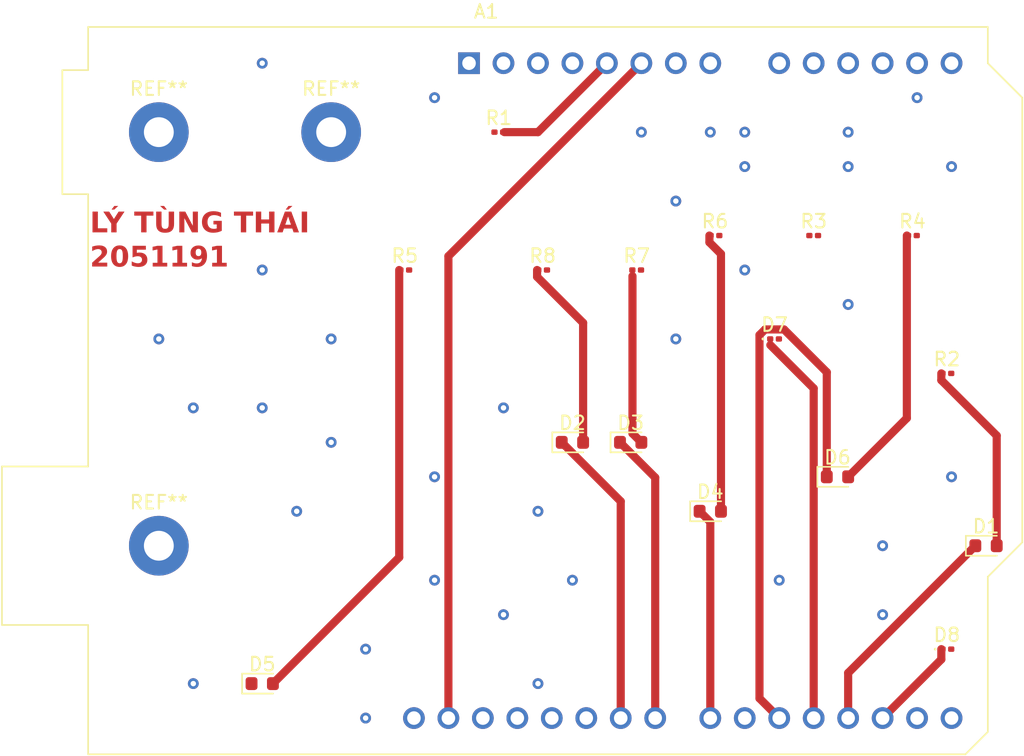
<source format=kicad_pcb>
(kicad_pcb (version 20221018) (generator pcbnew)
  (layers (0 "F.Cu" signal) (31 "B.Cu" signal) (34 "B.Paste" user) (35 "F.Paste" user) (36 "B.SilkS" user "B.Silkscreen") (37 "F.SilkS" user "F.Silkscreen") (38 "B.Mask" user) (39 "F.Mask" user) (44 "Edge.Cuts" user))
  (net 0 "")
  (net 5 "Net-(A1-+5V)")
  (net 6 "GND")
  (net 16 "Net-(A1-D2)")
  (net 17 "Net-(A1-D3)")
  (net 18 "Net-(A1-D4)")
  (net 19 "Net-(A1-D5)")
  (net 20 "Net-(A1-D6)")
  (net 21 "Net-(A1-D7)")
  (net 22 "Net-(A1-D8)")
  (net 23 "Net-(A1-D9)")
  (net 29 "Net-(D1-A)")
  (net 30 "Net-(D2-A)")
  (net 31 "Net-(D3-A)")
  (net 32 "Net-(D4-A)")
  (net 33 "Net-(D5-A)")
  (net 34 "Net-(D6-A)")
  (net 35 "Net-(D7-A)")
  (footprint "Resistor_SMD:R_0201_0603Metric" (layer "F.Cu") (at 159.675 38.1)
    (fp_text reference "R1" (at 0 -1.05) (layer "F.SilkS"))
    (fp_text value "R1" hide)
    (pad "1" smd roundrect (at -0.32 0) (size 0.46 0.4) (layers "F.Cu" "F.Mask"))
    (pad "2" smd roundrect (at 0.32 0) (size 0.46 0.4) (layers "F.Cu" "F.Mask") (net 5 "Net-(A1-+5V)"))
  )
  (footprint "LED_SMD:LED_0201_0603Metric" (layer "F.Cu") (at 192.695 76.2)
    (fp_text reference "D8" (at 0 -1.05) (layer "F.SilkS"))
    (fp_text value "LED")
    (fp_circle (center -0.86 0) (end -0.81 0) (stroke (width 0.1)) (fill none) (layer "F.SilkS"))
    (pad "1" smd roundrect (at -0.32 0) (size 0.46 0.4) (layers "F.Cu" "F.Mask") (net 16 "Net-(A1-D2)"))
    (pad "2" smd roundrect (at 0.32 0) (size 0.46 0.4) (layers "F.Cu" "F.Mask"))
  )
  (footprint "LED_SMD:LED_0603_1608Metric" (layer "F.Cu") (at 169.3925 60.96)
    (fp_text reference "D3" (at 0 -1.43) (layer "F.SilkS"))
    (fp_text value "LED")
    (fp_line (start -1.485 -0.735) (end -1.485 0.735) (stroke (width 0.12)) (layer "F.SilkS"))
    (fp_line (start -1.485 0.735) (end 0.8 0.735) (stroke (width 0.12)) (layer "F.SilkS"))
    (fp_line (start 0.8 -0.735) (end -1.485 -0.735) (stroke (width 0.12)) (layer "F.SilkS"))
    (pad "1" smd roundrect (at -0.7875 0) (size 0.875 0.95) (layers "F.Cu" "F.Paste" "F.Mask") (net 22 "Net-(A1-D8)"))
    (pad "2" smd roundrect (at 0.7875 0) (size 0.875 0.95) (layers "F.Cu" "F.Paste" "F.Mask") (net 31 "Net-(D3-A)"))
  )
  (footprint "MountingHole:MountingHole_2.2mm_M2_Pad" (layer "F.Cu") (at 134.62 68.58)
    (fp_text reference "REF**" (at 0 -3.2) (layer "F.SilkS"))
    (fp_text value "MountingHole_2.2mm_M2_Pad")
    (pad "1" thru_hole circle (at 0 0) (size 4.4 4.4) (drill 2.2) (layers "*.Cu" "*.Mask"))
  )
  (footprint "LED_SMD:LED_0603_1608Metric" (layer "F.Cu") (at 165.1 60.96)
    (fp_text reference "D2" (at 0 -1.43) (layer "F.SilkS"))
    (fp_text value "LED")
    (fp_line (start -1.485 -0.735) (end -1.485 0.735) (stroke (width 0.12)) (layer "F.SilkS"))
    (fp_line (start -1.485 0.735) (end 0.8 0.735) (stroke (width 0.12)) (layer "F.SilkS"))
    (fp_line (start 0.8 -0.735) (end -1.485 -0.735) (stroke (width 0.12)) (layer "F.SilkS"))
    (pad "1" smd roundrect (at -0.7875 0) (size 0.875 0.95) (layers "F.Cu" "F.Paste" "F.Mask") (net 23 "Net-(A1-D9)"))
    (pad "2" smd roundrect (at 0.7875 0) (size 0.875 0.95) (layers "F.Cu" "F.Paste" "F.Mask") (net 30 "Net-(D2-A)"))
  )
  (footprint "Resistor_SMD:R_0201_0603Metric" (layer "F.Cu") (at 175.605 45.72)
    (fp_text reference "R6" (at 0 -1.05) (layer "F.SilkS"))
    (fp_text value "R6")
    (pad "1" smd roundrect (at -0.32 0) (size 0.46 0.4) (layers "F.Cu" "F.Mask") (net 32 "Net-(D4-A)"))
    (pad "2" smd roundrect (at 0.32 0) (size 0.46 0.4) (layers "F.Cu" "F.Mask") (net 5 "Net-(A1-+5V)"))
  )
  (footprint "LED_SMD:LED_0603_1608Metric" (layer "F.Cu") (at 184.6325 63.5)
    (fp_text reference "D6" (at 0 -1.43) (layer "F.SilkS"))
    (fp_text value "LED")
    (fp_line (start -1.485 -0.735) (end -1.485 0.735) (stroke (width 0.12)) (layer "F.SilkS"))
    (fp_line (start -1.485 0.735) (end 0.8 0.735) (stroke (width 0.12)) (layer "F.SilkS"))
    (fp_line (start 0.8 -0.735) (end -1.485 -0.735) (stroke (width 0.12)) (layer "F.SilkS"))
    (pad "1" smd roundrect (at -0.7875 0) (size 0.875 0.95) (layers "F.Cu" "F.Paste" "F.Mask") (net 19 "Net-(A1-D5)"))
    (pad "2" smd roundrect (at 0.7875 0) (size 0.875 0.95) (layers "F.Cu" "F.Paste" "F.Mask") (net 34 "Net-(D6-A)"))
  )
  (footprint "Resistor_SMD:R_0201_0603Metric" (layer "F.Cu") (at 192.695 55.88)
    (fp_text reference "R2" (at 0 -1.05) (layer "F.SilkS"))
    (fp_text value "R2" hide)
    (pad "1" smd roundrect (at -0.32 0) (size 0.46 0.4) (layers "F.Cu" "F.Mask") (net 29 "Net-(D1-A)"))
    (pad "2" smd roundrect (at 0.32 0) (size 0.46 0.4) (layers "F.Cu" "F.Mask") (net 5 "Net-(A1-+5V)"))
  )
  (footprint "Resistor_SMD:R_0201_0603Metric" (layer "F.Cu") (at 182.88 45.72)
    (fp_text reference "R3" (at 0 -1.05) (layer "F.SilkS"))
    (fp_text value "R3" hide)
    (pad "1" smd roundrect (at -0.32 0) (size 0.46 0.4) (layers "F.Cu" "F.Mask") (net 35 "Net-(D7-A)"))
    (pad "2" smd roundrect (at 0.32 0) (size 0.46 0.4) (layers "F.Cu" "F.Mask") (net 5 "Net-(A1-+5V)"))
  )
  (footprint "Module:Arduino_UNO_R2" (layer "F.Cu") (at 157.48 33.02)
    (fp_text reference "A1" (at 1.27 -3.81 180) (layer "F.SilkS"))
    (fp_text value "Arduino_UNO_R2")
    (fp_line (start -34.42 29.72) (end -34.42 41.4) (stroke (width 0.12)) (layer "F.SilkS"))
    (fp_line (start -34.42 41.4) (end -28.07 41.4) (stroke (width 0.12)) (layer "F.SilkS"))
    (fp_line (start -29.97 0.51) (end -29.97 9.65) (stroke (width 0.12)) (layer "F.SilkS"))
    (fp_line (start -29.97 9.65) (end -28.07 9.65) (stroke (width 0.12)) (layer "F.SilkS"))
    (fp_line (start -28.07 -2.67) (end -28.07 0.51) (stroke (width 0.12)) (layer "F.SilkS"))
    (fp_line (start -28.07 0.51) (end -29.97 0.51) (stroke (width 0.12)) (layer "F.SilkS"))
    (fp_line (start -28.07 9.65) (end -28.07 29.72) (stroke (width 0.12)) (layer "F.SilkS"))
    (fp_line (start -28.07 29.72) (end -34.42 29.72) (stroke (width 0.12)) (layer "F.SilkS"))
    (fp_line (start -28.07 41.4) (end -28.07 50.93) (stroke (width 0.12)) (layer "F.SilkS"))
    (fp_line (start -28.07 50.93) (end 36.58 50.93) (stroke (width 0.12)) (layer "F.SilkS"))
    (fp_line (start 36.58 50.93) (end 38.23 49.28) (stroke (width 0.12)) (layer "F.SilkS"))
    (fp_line (start 38.23 -2.67) (end -28.07 -2.67) (stroke (width 0.12)) (layer "F.SilkS"))
    (fp_line (start 38.23 0) (end 38.23 -2.67) (stroke (width 0.12)) (layer "F.SilkS"))
    (fp_line (start 38.23 37.85) (end 40.77 35.31) (stroke (width 0.12)) (layer "F.SilkS"))
    (fp_line (start 38.23 49.28) (end 38.23 37.85) (stroke (width 0.12)) (layer "F.SilkS"))
    (fp_line (start 40.77 2.54) (end 38.23 0) (stroke (width 0.12)) (layer "F.SilkS"))
    (fp_line (start 40.77 35.31) (end 40.77 2.54) (stroke (width 0.12)) (layer "F.SilkS"))
    (pad "1" thru_hole rect (at 0 0 90) (size 1.6 1.6) (drill 1) (layers "*.Cu" "*.Mask"))
    (pad "2" thru_hole oval (at 2.54 0 90) (size 1.6 1.6) (drill 1) (layers "*.Cu" "*.Mask"))
    (pad "3" thru_hole oval (at 5.08 0 90) (size 1.6 1.6) (drill 1) (layers "*.Cu" "*.Mask"))
    (pad "4" thru_hole oval (at 7.62 0 90) (size 1.6 1.6) (drill 1) (layers "*.Cu" "*.Mask"))
    (pad "5" thru_hole oval (at 10.16 0 90) (size 1.6 1.6) (drill 1) (layers "*.Cu" "*.Mask") (net 5 "Net-(A1-+5V)"))
    (pad "6" thru_hole oval (at 12.7 0 90) (size 1.6 1.6) (drill 1) (layers "*.Cu" "*.Mask") (net 6 "GND"))
    (pad "7" thru_hole oval (at 15.24 0 90) (size 1.6 1.6) (drill 1) (layers "*.Cu" "*.Mask") (net 6 "GND"))
    (pad "8" thru_hole oval (at 17.78 0 90) (size 1.6 1.6) (drill 1) (layers "*.Cu" "*.Mask"))
    (pad "9" thru_hole oval (at 22.86 0 90) (size 1.6 1.6) (drill 1) (layers "*.Cu" "*.Mask"))
    (pad "10" thru_hole oval (at 25.4 0 90) (size 1.6 1.6) (drill 1) (layers "*.Cu" "*.Mask"))
    (pad "11" thru_hole oval (at 27.94 0 90) (size 1.6 1.6) (drill 1) (layers "*.Cu" "*.Mask"))
    (pad "12" thru_hole oval (at 30.48 0 90) (size 1.6 1.6) (drill 1) (layers "*.Cu" "*.Mask"))
    (pad "13" thru_hole oval (at 33.02 0 90) (size 1.6 1.6) (drill 1) (layers "*.Cu" "*.Mask"))
    (pad "14" thru_hole oval (at 35.56 0 90) (size 1.6 1.6) (drill 1) (layers "*.Cu" "*.Mask"))
    (pad "15" thru_hole oval (at 35.56 48.26 90) (size 1.6 1.6) (drill 1) (layers "*.Cu" "*.Mask"))
    (pad "16" thru_hole oval (at 33.02 48.26 90) (size 1.6 1.6) (drill 1) (layers "*.Cu" "*.Mask"))
    (pad "17" thru_hole oval (at 30.48 48.26 90) (size 1.6 1.6) (drill 1) (layers "*.Cu" "*.Mask") (net 16 "Net-(A1-D2)"))
    (pad "18" thru_hole oval (at 27.94 48.26 90) (size 1.6 1.6) (drill 1) (layers "*.Cu" "*.Mask") (net 17 "Net-(A1-D3)"))
    (pad "19" thru_hole oval (at 25.4 48.26 90) (size 1.6 1.6) (drill 1) (layers "*.Cu" "*.Mask") (net 18 "Net-(A1-D4)"))
    (pad "20" thru_hole oval (at 22.86 48.26 90) (size 1.6 1.6) (drill 1) (layers "*.Cu" "*.Mask") (net 19 "Net-(A1-D5)"))
    (pad "21" thru_hole oval (at 20.32 48.26 90) (size 1.6 1.6) (drill 1) (layers "*.Cu" "*.Mask") (net 20 "Net-(A1-D6)"))
    (pad "22" thru_hole oval (at 17.78 48.26 90) (size 1.6 1.6) (drill 1) (layers "*.Cu" "*.Mask") (net 21 "Net-(A1-D7)"))
    (pad "23" thru_hole oval (at 13.72 48.26 90) (size 1.6 1.6) (drill 1) (layers "*.Cu" "*.Mask") (net 22 "Net-(A1-D8)"))
    (pad "24" thru_hole oval (at 11.18 48.26 90) (size 1.6 1.6) (drill 1) (layers "*.Cu" "*.Mask") (net 23 "Net-(A1-D9)"))
    (pad "25" thru_hole oval (at 8.64 48.26 90) (size 1.6 1.6) (drill 1) (layers "*.Cu" "*.Mask"))
    (pad "26" thru_hole oval (at 6.1 48.26 90) (size 1.6 1.6) (drill 1) (layers "*.Cu" "*.Mask"))
    (pad "27" thru_hole oval (at 3.56 48.26 90) (size 1.6 1.6) (drill 1) (layers "*.Cu" "*.Mask"))
    (pad "28" thru_hole oval (at 1.02 48.26 90) (size 1.6 1.6) (drill 1) (layers "*.Cu" "*.Mask"))
    (pad "29" thru_hole oval (at -1.52 48.26 90) (size 1.6 1.6) (drill 1) (layers "*.Cu" "*.Mask") (net 6 "GND"))
    (pad "30" thru_hole oval (at -4.06 48.26 90) (size 1.6 1.6) (drill 1) (layers "*.Cu" "*.Mask"))
  )
  (footprint "Resistor_SMD:R_0201_0603Metric" (layer "F.Cu") (at 162.905 48.26)
    (fp_text reference "R8" (at 0 -1.05) (layer "F.SilkS"))
    (fp_text value "R8")
    (pad "1" smd roundrect (at -0.32 0) (size 0.46 0.4) (layers "F.Cu" "F.Mask") (net 30 "Net-(D2-A)"))
    (pad "2" smd roundrect (at 0.32 0) (size 0.46 0.4) (layers "F.Cu" "F.Mask") (net 5 "Net-(A1-+5V)"))
  )
  (footprint "LED_SMD:LED_0603_1608Metric" (layer "F.Cu") (at 175.26 66.04)
    (fp_text reference "D4" (at 0 -1.43) (layer "F.SilkS"))
    (fp_text value "LED")
    (fp_line (start -1.485 -0.735) (end -1.485 0.735) (stroke (width 0.12)) (layer "F.SilkS"))
    (fp_line (start -1.485 0.735) (end 0.8 0.735) (stroke (width 0.12)) (layer "F.SilkS"))
    (fp_line (start 0.8 -0.735) (end -1.485 -0.735) (stroke (width 0.12)) (layer "F.SilkS"))
    (pad "1" smd roundrect (at -0.7875 0) (size 0.875 0.95) (layers "F.Cu" "F.Paste" "F.Mask") (net 21 "Net-(A1-D7)"))
    (pad "2" smd roundrect (at 0.7875 0) (size 0.875 0.95) (layers "F.Cu" "F.Paste" "F.Mask") (net 32 "Net-(D4-A)"))
  )
  (footprint "Resistor_SMD:R_0201_0603Metric" (layer "F.Cu") (at 190.155 45.72)
    (fp_text reference "R4" (at 0 -1.05) (layer "F.SilkS"))
    (fp_text value "R4")
    (pad "1" smd roundrect (at -0.32 0) (size 0.46 0.4) (layers "F.Cu" "F.Mask") (net 34 "Net-(D6-A)"))
    (pad "2" smd roundrect (at 0.32 0) (size 0.46 0.4) (layers "F.Cu" "F.Mask") (net 5 "Net-(A1-+5V)"))
  )
  (footprint "LED_SMD:LED_0201_0603Metric" (layer "F.Cu") (at 179.995 53.34)
    (fp_text reference "D7" (at 0 -1.05) (layer "F.SilkS"))
    (fp_text value "LED")
    (fp_circle (center -0.86 0) (end -0.81 0) (stroke (width 0.1)) (fill none) (layer "F.SilkS"))
    (pad "1" smd roundrect (at -0.32 0) (size 0.46 0.4) (layers "F.Cu" "F.Mask") (net 18 "Net-(A1-D4)"))
    (pad "2" smd roundrect (at 0.32 0) (size 0.46 0.4) (layers "F.Cu" "F.Mask") (net 35 "Net-(D7-A)"))
  )
  (footprint "Resistor_SMD:R_0201_0603Metric" (layer "F.Cu") (at 152.745 48.26)
    (fp_text reference "R5" (at 0 -1.05) (layer "F.SilkS"))
    (fp_text value "R5")
    (pad "1" smd roundrect (at -0.32 0) (size 0.46 0.4) (layers "F.Cu" "F.Mask") (net 33 "Net-(D5-A)"))
    (pad "2" smd roundrect (at 0.32 0) (size 0.46 0.4) (layers "F.Cu" "F.Mask") (net 5 "Net-(A1-+5V)"))
  )
  (footprint "MountingHole:MountingHole_2.2mm_M2_Pad" (layer "F.Cu") (at 134.62 38.1)
    (fp_text reference "REF**" (at 0 -3.2) (layer "F.SilkS"))
    (fp_text value "MountingHole_2.2mm_M2_Pad")
    (pad "1" thru_hole circle (at 0 0) (size 4.4 4.4) (drill 2.2) (layers "*.Cu" "*.Mask"))
  )
  (footprint "LED_SMD:LED_0603_1608Metric" (layer "F.Cu") (at 195.58 68.58)
    (fp_text reference "D1" (at 0 -1.43) (layer "F.SilkS"))
    (fp_text value "LED")
    (fp_line (start -1.485 -0.735) (end -1.485 0.735) (stroke (width 0.12)) (layer "F.SilkS"))
    (fp_line (start -1.485 0.735) (end 0.8 0.735) (stroke (width 0.12)) (layer "F.SilkS"))
    (fp_line (start 0.8 -0.735) (end -1.485 -0.735) (stroke (width 0.12)) (layer "F.SilkS"))
    (pad "1" smd roundrect (at -0.7875 0) (size 0.875 0.95) (layers "F.Cu" "F.Paste" "F.Mask") (net 17 "Net-(A1-D3)"))
    (pad "2" smd roundrect (at 0.7875 0) (size 0.875 0.95) (layers "F.Cu" "F.Paste" "F.Mask") (net 29 "Net-(D1-A)"))
  )
  (footprint "MountingHole:MountingHole_2.2mm_M2_Pad" (layer "F.Cu") (at 147.32 38.1)
    (fp_text reference "REF**" (at 0 -3.2) (layer "F.SilkS"))
    (fp_text value "MountingHole_2.2mm_M2_Pad")
    (pad "1" thru_hole circle (at 0 0) (size 4.4 4.4) (drill 2.2) (layers "*.Cu" "*.Mask"))
  )
  (footprint "LED_SMD:LED_0603_1608Metric" (layer "F.Cu") (at 142.24 78.74)
    (fp_text reference "D5" (at 0 -1.43) (layer "F.SilkS"))
    (fp_text value "LED")
    (fp_line (start -1.485 -0.735) (end -1.485 0.735) (stroke (width 0.12)) (layer "F.SilkS"))
    (fp_line (start -1.485 0.735) (end 0.8 0.735) (stroke (width 0.12)) (layer "F.SilkS"))
    (fp_line (start 0.8 -0.735) (end -1.485 -0.735) (stroke (width 0.12)) (layer "F.SilkS"))
    (pad "1" smd roundrect (at -0.7875 0) (size 0.875 0.95) (layers "F.Cu" "F.Paste" "F.Mask") (net 20 "Net-(A1-D6)"))
    (pad "2" smd roundrect (at 0.7875 0) (size 0.875 0.95) (layers "F.Cu" "F.Paste" "F.Mask") (net 33 "Net-(D5-A)"))
  )
  (footprint "Resistor_SMD:R_0201_0603Metric" (layer "F.Cu") (at 169.835 48.26)
    (fp_text reference "R7" (at 0 -1.05) (layer "F.SilkS"))
    (fp_text value "R7")
    (pad "1" smd roundrect (at -0.32 0) (size 0.46 0.4) (layers "F.Cu" "F.Mask") (net 31 "Net-(D3-A)"))
    (pad "2" smd roundrect (at 0.32 0) (size 0.46 0.4) (layers "F.Cu" "F.Mask") (net 5 "Net-(A1-+5V)"))
  )
  (gr_text "LÝ TÙNG THÁI\n2051191" (at 129.54 48.26) (layer "F.Cu") (effects (font (size 1.5 1.5) (thickness 0.3) bold) (justify left bottom)))
  (via (at 154.94 63.5) (size 0.8) (drill 0.4) (layers "F.Cu" "B.Cu") (net 0))
  (via (at 162.56 78.74) (size 0.8) (drill 0.4) (layers "F.Cu" "B.Cu") (net 0))
  (via (at 154.94 35.56) (size 0.8) (drill 0.4) (layers "F.Cu" "B.Cu") (net 0))
  (via (at 172.72 43.18) (size 0.8) (drill 0.4) (layers "F.Cu" "B.Cu") (net 0))
  (via (at 193.04 63.5) (size 0.8) (drill 0.4) (layers "F.Cu" "B.Cu") (net 0))
  (via (at 137.16 78.74) (size 0.8) (drill 0.4) (layers "F.Cu" "B.Cu") (net 0))
  (via (at 177.8 40.64) (size 0.8) (drill 0.4) (layers "F.Cu" "B.Cu") (net 0))
  (via (at 142.24 58.42) (size 0.8) (drill 0.4) (layers "F.Cu" "B.Cu") (net 0))
  (via (at 185.42 38.1) (size 0.8) (drill 0.4) (layers "F.Cu" "B.Cu") (net 0))
  (via (at 137.16 58.42) (size 0.8) (drill 0.4) (layers "F.Cu" "B.Cu") (net 0))
  (via (at 142.24 48.26) (size 0.8) (drill 0.4) (layers "F.Cu" "B.Cu") (net 0))
  (via (at 162.56 66.04) (size 0.8) (drill 0.4) (layers "F.Cu" "B.Cu") (net 0))
  (via (at 170.18 38.1) (size 0.8) (drill 0.4) (layers "F.Cu" "B.Cu") (net 0))
  (via (at 175.26 38.1) (size 0.8) (drill 0.4) (layers "F.Cu" "B.Cu") (net 0))
  (via (at 187.96 68.58) (size 0.8) (drill 0.4) (layers "F.Cu" "B.Cu") (net 0))
  (via (at 134.62 53.34) (size 0.8) (drill 0.4) (layers "F.Cu" "B.Cu") (net 0))
  (via (at 193.04 40.64) (size 0.8) (drill 0.4) (layers "F.Cu" "B.Cu") (net 0))
  (via (at 177.8 48.26) (size 0.8) (drill 0.4) (layers "F.Cu" "B.Cu") (net 0))
  (via (at 165.1 71.12) (size 0.8) (drill 0.4) (layers "F.Cu" "B.Cu") (net 0))
  (via (at 144.78 66.04) (size 0.8) (drill 0.4) (layers "F.Cu" "B.Cu") (net 0))
  (via (at 187.96 73.66) (size 0.8) (drill 0.4) (layers "F.Cu" "B.Cu") (net 0))
  (via (at 185.42 50.8) (size 0.8) (drill 0.4) (layers "F.Cu" "B.Cu") (net 0))
  (via (at 142.24 33.02) (size 0.8) (drill 0.4) (layers "F.Cu" "B.Cu") (net 0))
  (via (at 177.8 38.1) (size 0.8) (drill 0.4) (layers "F.Cu" "B.Cu") (net 0))
  (via (at 160.02 58.42) (size 0.8) (drill 0.4) (layers "F.Cu" "B.Cu") (net 0))
  (via (at 147.32 60.96) (size 0.8) (drill 0.4) (layers "F.Cu" "B.Cu") (net 0))
  (via (at 185.42 40.64) (size 0.8) (drill 0.4) (layers "F.Cu" "B.Cu") (net 0))
  (via (at 147.32 53.34) (size 0.8) (drill 0.4) (layers "F.Cu" "B.Cu") (net 0))
  (via (at 172.72 53.34) (size 0.8) (drill 0.4) (layers "F.Cu" "B.Cu") (net 0))
  (via (at 149.86 76.2) (size 0.8) (drill 0.4) (layers "F.Cu" "B.Cu") (net 0))
  (via (at 149.86 81.28) (size 0.8) (drill 0.4) (layers "F.Cu" "B.Cu") (net 0))
  (via (at 190.5 35.56) (size 0.8) (drill 0.4) (layers "F.Cu" "B.Cu") (net 0))
  (via (at 160.02 73.66) (size 0.8) (drill 0.4) (layers "F.Cu" "B.Cu") (net 0))
  (via (at 154.94 71.12) (size 0.8) (drill 0.4) (layers "F.Cu" "B.Cu") (net 0))
  (via (at 180.34 71.12) (size 0.8) (drill 0.4) (layers "F.Cu" "B.Cu") (net 0))
  (segment (start 162.56 38.1) (end 160.085 38.1) (width 0.6) (layer "F.Cu") (net 5))
  (segment (start 167.64 33.02) (end 162.56 38.1) (width 0.6) (layer "F.Cu") (net 5))
  (segment (start 155.96 47.24) (end 170.18 33.02) (width 0.6) (layer "F.Cu") (net 6))
  (segment (start 155.96 81.28) (end 155.96 47.24) (width 0.6) (layer "F.Cu") (net 6))
  (segment (start 187.96 81.28) (end 192.285 76.955) (width 0.6) (layer "F.Cu") (net 16))
  (segment (start 192.285 76.955) (end 192.285 76.2) (width 0.6) (layer "F.Cu") (net 16))
  (segment (start 185.42 77.9525) (end 194.7925 68.58) (width 0.6) (layer "F.Cu") (net 17))
  (segment (start 185.42 81.28) (end 185.42 77.9525) (width 0.6) (layer "F.Cu") (net 17))
  (segment (start 182.88 81.28) (end 182.88 56.983528) (width 0.6) (layer "F.Cu") (net 18))
  (segment (start 182.88 56.983528) (end 179.685 53.788528) (width 0.6) (layer "F.Cu") (net 18))
  (segment (start 178.885 79.825) (end 178.885 53.051472) (width 0.6) (layer "F.Cu") (net 19))
  (segment (start 179.296472 52.64) (end 180.693528 52.64) (width 0.6) (layer "F.Cu") (net 19))
  (segment (start 183.845 55.791472) (end 183.845 63.5) (width 0.6) (layer "F.Cu") (net 19))
  (segment (start 180.693528 52.64) (end 183.845 55.791472) (width 0.6) (layer "F.Cu") (net 19))
  (segment (start 180.34 81.28) (end 178.885 79.825) (width 0.6) (layer "F.Cu") (net 19))
  (segment (start 178.885 53.051472) (end 179.296472 52.64) (width 0.6) (layer "F.Cu") (net 19))
  (segment (start 175.26 66.8275) (end 174.4725 66.04) (width 0.6) (layer "F.Cu") (net 21))
  (segment (start 175.26 81.28) (end 175.26 66.8275) (width 0.6) (layer "F.Cu") (net 21))
  (segment (start 171.2 63.555) (end 171.2 81.28) (width 0.6) (layer "F.Cu") (net 22))
  (segment (start 168.605 60.96) (end 171.2 63.555) (width 0.6) (layer "F.Cu") (net 22))
  (segment (start 164.3125 60.96) (end 168.66 65.3075) (width 0.6) (layer "F.Cu") (net 23))
  (segment (start 168.66 65.3075) (end 168.66 81.28) (width 0.6) (layer "F.Cu") (net 23))
  (segment (start 196.3675 68.58) (end 196.3675 60.4625) (width 0.6) (layer "F.Cu") (net 29))
  (segment (start 192.285 56.38) (end 192.285 55.88) (width 0.6) (layer "F.Cu") (net 29))
  (segment (start 196.3675 60.4625) (end 192.285 56.38) (width 0.6) (layer "F.Cu") (net 29))
  (segment (start 165.8875 60.96) (end 165.8875 52.1525) (width 0.6) (layer "F.Cu") (net 30))
  (segment (start 162.495 48.76) (end 162.495 48.26) (width 0.6) (layer "F.Cu") (net 30))
  (segment (start 165.8875 52.1525) (end 162.495 48.76) (width 0.6) (layer "F.Cu") (net 30))
  (segment (start 170.18 60.96) (end 169.525 60.305) (width 0.6) (layer "F.Cu") (net 31))
  (segment (start 169.525 60.305) (end 169.525 48.708528) (width 0.6) (layer "F.Cu") (net 31))
  (segment (start 176.0475 66.04) (end 176.0475 47.0725) (width 0.6) (layer "F.Cu") (net 32))
  (segment (start 176.0475 47.0725) (end 175.195 46.22) (width 0.6) (layer "F.Cu") (net 32))
  (segment (start 175.195 46.22) (end 175.195 45.72) (width 0.6) (layer "F.Cu") (net 32))
  (segment (start 143.0275 78.74) (end 152.335 69.4325) (width 0.6) (layer "F.Cu") (net 33))
  (segment (start 152.335 69.4325) (end 152.335 48.26) (width 0.6) (layer "F.Cu") (net 33))
  (segment (start 185.42 63.5) (end 189.745 59.175) (width 0.6) (layer "F.Cu") (net 34))
  (segment (start 189.745 59.175) (end 189.745 45.72) (width 0.6) (layer "F.Cu") (net 34))
)
</source>
